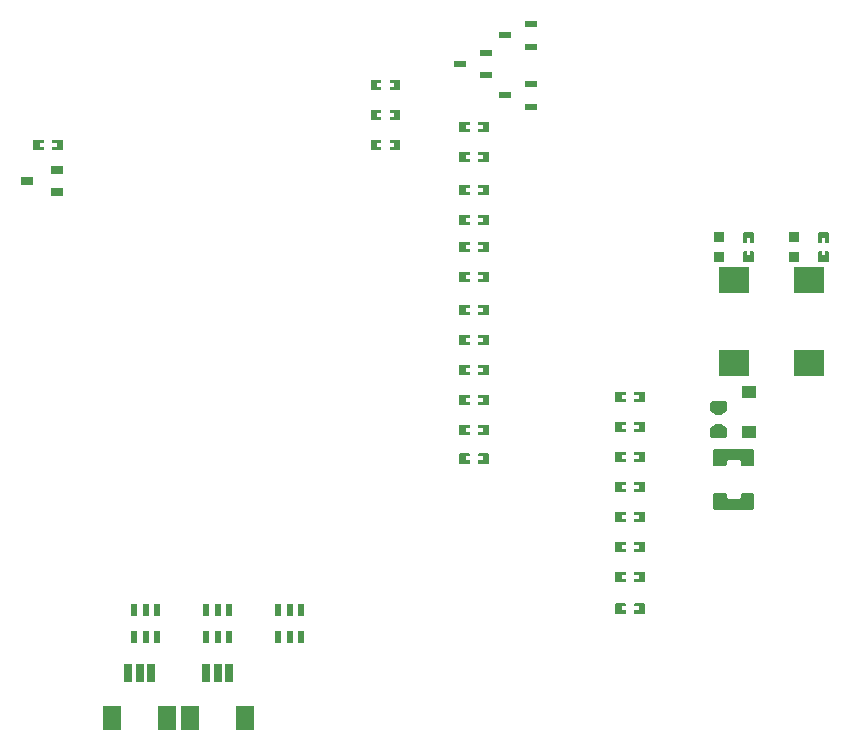
<source format=gbp>
G04 Layer: BottomPasteMaskLayer*
G04 EasyEDA v6.5.29, 2023-07-18 10:02:35*
G04 8a87558a6270435d8ad66e31a1dfd8bf,5a6b42c53f6a479593ecc07194224c93,10*
G04 Gerber Generator version 0.2*
G04 Scale: 100 percent, Rotated: No, Reflected: No *
G04 Dimensions in millimeters *
G04 leading zeros omitted , absolute positions ,4 integer and 5 decimal *
%FSLAX45Y45*%
%MOMM*%

%AMMACRO1*21,1,$1,$2,0,0,$3*%
%ADD10MACRO1,0.6X1.55X0.0000*%
%ADD11MACRO1,1.5X2X0.0000*%
%ADD12MACRO1,0.8X0.8X0.0000*%
%ADD13MACRO1,0.532X1.072X0.0000*%
%ADD14MACRO1,0.532X1.0375X-90.0000*%
%ADD15R,2.5920X2.2075*%
%ADD16MACRO1,2.592X2.2075X0.0000*%
%ADD17MACRO1,1.07X0.6X0.0000*%
%ADD18MACRO1,0.95X1.15X-90.0000*%
%ADD19C,0.0148*%

%LPD*%
G36*
X6360820Y8118906D02*
G01*
X6355791Y8113877D01*
X6355791Y8033918D01*
X6360820Y8028889D01*
X6440779Y8028889D01*
X6445808Y8033918D01*
X6445808Y8113877D01*
X6440779Y8118906D01*
X6416598Y8118906D01*
X6416598Y8081873D01*
X6383578Y8081873D01*
X6383578Y8118906D01*
G37*
G36*
X6360820Y8277910D02*
G01*
X6355791Y8272881D01*
X6355791Y8193887D01*
X6360820Y8188909D01*
X6383578Y8188909D01*
X6383578Y8226907D01*
X6416598Y8226907D01*
X6416598Y8188909D01*
X6440779Y8188909D01*
X6445808Y8193887D01*
X6445808Y8272881D01*
X6440779Y8277910D01*
G37*
G36*
X6995820Y8118906D02*
G01*
X6990791Y8113877D01*
X6990791Y8033918D01*
X6995820Y8028889D01*
X7075779Y8028889D01*
X7080808Y8033918D01*
X7080808Y8113877D01*
X7075779Y8118906D01*
X7051598Y8118906D01*
X7051598Y8081873D01*
X7018578Y8081873D01*
X7018578Y8118906D01*
G37*
G36*
X6995820Y8277910D02*
G01*
X6990791Y8272881D01*
X6990791Y8193887D01*
X6995820Y8188909D01*
X7018578Y8188909D01*
X7018578Y8226907D01*
X7051598Y8226907D01*
X7051598Y8188909D01*
X7075779Y8188909D01*
X7080808Y8193887D01*
X7080808Y8272881D01*
X7075779Y8277910D01*
G37*
G36*
X6108852Y6069888D02*
G01*
X6098844Y6059881D01*
X6098844Y5939231D01*
X6108852Y5929223D01*
X6438747Y5929223D01*
X6448755Y5939231D01*
X6448755Y6059881D01*
X6438747Y6069888D01*
X6343294Y6069888D01*
X6333286Y6059881D01*
X6333286Y6032093D01*
X6323279Y6022086D01*
X6224320Y6022086D01*
X6214313Y6032093D01*
X6214313Y6059881D01*
X6204305Y6069888D01*
G37*
G36*
X6108852Y6440576D02*
G01*
X6098844Y6430568D01*
X6098844Y6309918D01*
X6108852Y6299911D01*
X6204305Y6299911D01*
X6214313Y6309918D01*
X6214313Y6337706D01*
X6224320Y6347714D01*
X6323279Y6347714D01*
X6333286Y6337706D01*
X6333286Y6309918D01*
X6343294Y6299911D01*
X6438747Y6299911D01*
X6448755Y6309918D01*
X6448755Y6430568D01*
X6438747Y6440576D01*
G37*
G36*
X3957218Y9214408D02*
G01*
X3952189Y9209379D01*
X3952189Y9129420D01*
X3957218Y9124391D01*
X4037177Y9124391D01*
X4042206Y9129420D01*
X4042206Y9153601D01*
X4005224Y9153601D01*
X4005224Y9186621D01*
X4042206Y9186621D01*
X4042206Y9209379D01*
X4037177Y9214408D01*
G37*
G36*
X4117187Y9214408D02*
G01*
X4112209Y9209379D01*
X4112209Y9186621D01*
X4150207Y9186621D01*
X4150207Y9153601D01*
X4112209Y9153601D01*
X4112209Y9129420D01*
X4117187Y9124391D01*
X4196181Y9124391D01*
X4201210Y9129420D01*
X4201210Y9209379D01*
X4196181Y9214408D01*
G37*
G36*
X3957218Y8960408D02*
G01*
X3952189Y8955379D01*
X3952189Y8875420D01*
X3957218Y8870391D01*
X4037177Y8870391D01*
X4042206Y8875420D01*
X4042206Y8899601D01*
X4005224Y8899601D01*
X4005224Y8932621D01*
X4042206Y8932621D01*
X4042206Y8955379D01*
X4037177Y8960408D01*
G37*
G36*
X4117187Y8960408D02*
G01*
X4112209Y8955379D01*
X4112209Y8932621D01*
X4150207Y8932621D01*
X4150207Y8899601D01*
X4112209Y8899601D01*
X4112209Y8875420D01*
X4117187Y8870391D01*
X4196181Y8870391D01*
X4201210Y8875420D01*
X4201210Y8955379D01*
X4196181Y8960408D01*
G37*
G36*
X3957218Y8681008D02*
G01*
X3952189Y8675979D01*
X3952189Y8596020D01*
X3957218Y8590991D01*
X4037177Y8590991D01*
X4042206Y8596020D01*
X4042206Y8620201D01*
X4005224Y8620201D01*
X4005224Y8653221D01*
X4042206Y8653221D01*
X4042206Y8675979D01*
X4037177Y8681008D01*
G37*
G36*
X4117187Y8681008D02*
G01*
X4112209Y8675979D01*
X4112209Y8653221D01*
X4150207Y8653221D01*
X4150207Y8620201D01*
X4112209Y8620201D01*
X4112209Y8596020D01*
X4117187Y8590991D01*
X4196181Y8590991D01*
X4201210Y8596020D01*
X4201210Y8675979D01*
X4196181Y8681008D01*
G37*
G36*
X3957218Y8427008D02*
G01*
X3952189Y8421979D01*
X3952189Y8342020D01*
X3957218Y8336991D01*
X4037177Y8336991D01*
X4042206Y8342020D01*
X4042206Y8366201D01*
X4005224Y8366201D01*
X4005224Y8399221D01*
X4042206Y8399221D01*
X4042206Y8421979D01*
X4037177Y8427008D01*
G37*
G36*
X4117187Y8427008D02*
G01*
X4112209Y8421979D01*
X4112209Y8399221D01*
X4150207Y8399221D01*
X4150207Y8366201D01*
X4112209Y8366201D01*
X4112209Y8342020D01*
X4117187Y8336991D01*
X4196181Y8336991D01*
X4201210Y8342020D01*
X4201210Y8421979D01*
X4196181Y8427008D01*
G37*
G36*
X3957218Y8198408D02*
G01*
X3952189Y8193379D01*
X3952189Y8113420D01*
X3957218Y8108391D01*
X4037177Y8108391D01*
X4042206Y8113420D01*
X4042206Y8137601D01*
X4005224Y8137601D01*
X4005224Y8170621D01*
X4042206Y8170621D01*
X4042206Y8193379D01*
X4037177Y8198408D01*
G37*
G36*
X4117187Y8198408D02*
G01*
X4112209Y8193379D01*
X4112209Y8170621D01*
X4150207Y8170621D01*
X4150207Y8137601D01*
X4112209Y8137601D01*
X4112209Y8113420D01*
X4117187Y8108391D01*
X4196181Y8108391D01*
X4201210Y8113420D01*
X4201210Y8193379D01*
X4196181Y8198408D01*
G37*
G36*
X3957218Y7944408D02*
G01*
X3952189Y7939379D01*
X3952189Y7859420D01*
X3957218Y7854391D01*
X4037177Y7854391D01*
X4042206Y7859420D01*
X4042206Y7883601D01*
X4005224Y7883601D01*
X4005224Y7916621D01*
X4042206Y7916621D01*
X4042206Y7939379D01*
X4037177Y7944408D01*
G37*
G36*
X4117187Y7944408D02*
G01*
X4112209Y7939379D01*
X4112209Y7916621D01*
X4150207Y7916621D01*
X4150207Y7883601D01*
X4112209Y7883601D01*
X4112209Y7859420D01*
X4117187Y7854391D01*
X4196181Y7854391D01*
X4201210Y7859420D01*
X4201210Y7939379D01*
X4196181Y7944408D01*
G37*
G36*
X3957218Y7665008D02*
G01*
X3952189Y7659979D01*
X3952189Y7580020D01*
X3957218Y7574991D01*
X4037177Y7574991D01*
X4042206Y7580020D01*
X4042206Y7604201D01*
X4005224Y7604201D01*
X4005224Y7637221D01*
X4042206Y7637221D01*
X4042206Y7659979D01*
X4037177Y7665008D01*
G37*
G36*
X4117187Y7665008D02*
G01*
X4112209Y7659979D01*
X4112209Y7637221D01*
X4150207Y7637221D01*
X4150207Y7604201D01*
X4112209Y7604201D01*
X4112209Y7580020D01*
X4117187Y7574991D01*
X4196181Y7574991D01*
X4201210Y7580020D01*
X4201210Y7659979D01*
X4196181Y7665008D01*
G37*
G36*
X3957218Y7411008D02*
G01*
X3952189Y7405979D01*
X3952189Y7326020D01*
X3957218Y7320991D01*
X4037177Y7320991D01*
X4042206Y7326020D01*
X4042206Y7350201D01*
X4005224Y7350201D01*
X4005224Y7383221D01*
X4042206Y7383221D01*
X4042206Y7405979D01*
X4037177Y7411008D01*
G37*
G36*
X4117187Y7411008D02*
G01*
X4112209Y7405979D01*
X4112209Y7383221D01*
X4150207Y7383221D01*
X4150207Y7350201D01*
X4112209Y7350201D01*
X4112209Y7326020D01*
X4117187Y7320991D01*
X4196181Y7320991D01*
X4201210Y7326020D01*
X4201210Y7405979D01*
X4196181Y7411008D01*
G37*
G36*
X3957218Y7157008D02*
G01*
X3952189Y7151979D01*
X3952189Y7072020D01*
X3957218Y7066991D01*
X4037177Y7066991D01*
X4042206Y7072020D01*
X4042206Y7096201D01*
X4005224Y7096201D01*
X4005224Y7129221D01*
X4042206Y7129221D01*
X4042206Y7151979D01*
X4037177Y7157008D01*
G37*
G36*
X4117187Y7157008D02*
G01*
X4112209Y7151979D01*
X4112209Y7129221D01*
X4150207Y7129221D01*
X4150207Y7096201D01*
X4112209Y7096201D01*
X4112209Y7072020D01*
X4117187Y7066991D01*
X4196181Y7066991D01*
X4201210Y7072020D01*
X4201210Y7151979D01*
X4196181Y7157008D01*
G37*
G36*
X3957218Y6903008D02*
G01*
X3952189Y6897979D01*
X3952189Y6818020D01*
X3957218Y6812991D01*
X4037177Y6812991D01*
X4042206Y6818020D01*
X4042206Y6842201D01*
X4005224Y6842201D01*
X4005224Y6875221D01*
X4042206Y6875221D01*
X4042206Y6897979D01*
X4037177Y6903008D01*
G37*
G36*
X4117187Y6903008D02*
G01*
X4112209Y6897979D01*
X4112209Y6875221D01*
X4150207Y6875221D01*
X4150207Y6842201D01*
X4112209Y6842201D01*
X4112209Y6818020D01*
X4117187Y6812991D01*
X4196181Y6812991D01*
X4201210Y6818020D01*
X4201210Y6897979D01*
X4196181Y6903008D01*
G37*
G36*
X3957218Y6649008D02*
G01*
X3952189Y6643979D01*
X3952189Y6564020D01*
X3957218Y6558991D01*
X4037177Y6558991D01*
X4042206Y6564020D01*
X4042206Y6588201D01*
X4005224Y6588201D01*
X4005224Y6621221D01*
X4042206Y6621221D01*
X4042206Y6643979D01*
X4037177Y6649008D01*
G37*
G36*
X4117187Y6649008D02*
G01*
X4112209Y6643979D01*
X4112209Y6621221D01*
X4150207Y6621221D01*
X4150207Y6588201D01*
X4112209Y6588201D01*
X4112209Y6564020D01*
X4117187Y6558991D01*
X4196181Y6558991D01*
X4201210Y6564020D01*
X4201210Y6643979D01*
X4196181Y6649008D01*
G37*
G36*
X3957218Y6407708D02*
G01*
X3952189Y6402679D01*
X3952189Y6322720D01*
X3957218Y6317691D01*
X4037177Y6317691D01*
X4042206Y6322720D01*
X4042206Y6346901D01*
X4005224Y6346901D01*
X4005224Y6379921D01*
X4042206Y6379921D01*
X4042206Y6402679D01*
X4037177Y6407708D01*
G37*
G36*
X4117187Y6407708D02*
G01*
X4112209Y6402679D01*
X4112209Y6379921D01*
X4150207Y6379921D01*
X4150207Y6346901D01*
X4112209Y6346901D01*
X4112209Y6322720D01*
X4117187Y6317691D01*
X4196181Y6317691D01*
X4201210Y6322720D01*
X4201210Y6402679D01*
X4196181Y6407708D01*
G37*
G36*
X3207918Y9570008D02*
G01*
X3202889Y9564979D01*
X3202889Y9485020D01*
X3207918Y9479991D01*
X3287877Y9479991D01*
X3292906Y9485020D01*
X3292906Y9509201D01*
X3255924Y9509201D01*
X3255924Y9542221D01*
X3292906Y9542221D01*
X3292906Y9564979D01*
X3287877Y9570008D01*
G37*
G36*
X3367887Y9570008D02*
G01*
X3362909Y9564979D01*
X3362909Y9542221D01*
X3400907Y9542221D01*
X3400907Y9509201D01*
X3362909Y9509201D01*
X3362909Y9485020D01*
X3367887Y9479991D01*
X3446881Y9479991D01*
X3451910Y9485020D01*
X3451910Y9564979D01*
X3446881Y9570008D01*
G37*
G36*
X3207918Y9316008D02*
G01*
X3202889Y9310979D01*
X3202889Y9231020D01*
X3207918Y9225991D01*
X3287877Y9225991D01*
X3292906Y9231020D01*
X3292906Y9255201D01*
X3255924Y9255201D01*
X3255924Y9288221D01*
X3292906Y9288221D01*
X3292906Y9310979D01*
X3287877Y9316008D01*
G37*
G36*
X3367887Y9316008D02*
G01*
X3362909Y9310979D01*
X3362909Y9288221D01*
X3400907Y9288221D01*
X3400907Y9255201D01*
X3362909Y9255201D01*
X3362909Y9231020D01*
X3367887Y9225991D01*
X3446881Y9225991D01*
X3451910Y9231020D01*
X3451910Y9310979D01*
X3446881Y9316008D01*
G37*
G36*
X3207918Y9062008D02*
G01*
X3202889Y9056979D01*
X3202889Y8977020D01*
X3207918Y8971991D01*
X3287877Y8971991D01*
X3292906Y8977020D01*
X3292906Y9001201D01*
X3255924Y9001201D01*
X3255924Y9034221D01*
X3292906Y9034221D01*
X3292906Y9056979D01*
X3287877Y9062008D01*
G37*
G36*
X3367887Y9062008D02*
G01*
X3362909Y9056979D01*
X3362909Y9034221D01*
X3400907Y9034221D01*
X3400907Y9001201D01*
X3362909Y9001201D01*
X3362909Y8977020D01*
X3367887Y8971991D01*
X3446881Y8971991D01*
X3451910Y8977020D01*
X3451910Y9056979D01*
X3446881Y9062008D01*
G37*
G36*
X350418Y9062008D02*
G01*
X345389Y9056979D01*
X345389Y8977020D01*
X350418Y8971991D01*
X430377Y8971991D01*
X435406Y8977020D01*
X435406Y9001201D01*
X398373Y9001201D01*
X398373Y9034221D01*
X435406Y9034221D01*
X435406Y9056979D01*
X430377Y9062008D01*
G37*
G36*
X510387Y9062008D02*
G01*
X505409Y9056979D01*
X505409Y9034221D01*
X543407Y9034221D01*
X543407Y9001201D01*
X505409Y9001201D01*
X505409Y8977020D01*
X510387Y8971991D01*
X589381Y8971991D01*
X594410Y8977020D01*
X594410Y9056979D01*
X589381Y9062008D01*
G37*
G36*
X5278018Y6166408D02*
G01*
X5272989Y6161379D01*
X5272989Y6081420D01*
X5278018Y6076391D01*
X5357977Y6076391D01*
X5363006Y6081420D01*
X5363006Y6105601D01*
X5326024Y6105601D01*
X5326024Y6138621D01*
X5363006Y6138621D01*
X5363006Y6161379D01*
X5357977Y6166408D01*
G37*
G36*
X5437987Y6166408D02*
G01*
X5433009Y6161379D01*
X5433009Y6138621D01*
X5471007Y6138621D01*
X5471007Y6105601D01*
X5433009Y6105601D01*
X5433009Y6081420D01*
X5437987Y6076391D01*
X5516981Y6076391D01*
X5522010Y6081420D01*
X5522010Y6161379D01*
X5516981Y6166408D01*
G37*
G36*
X5278018Y6420408D02*
G01*
X5272989Y6415379D01*
X5272989Y6335420D01*
X5278018Y6330391D01*
X5357977Y6330391D01*
X5363006Y6335420D01*
X5363006Y6359601D01*
X5326024Y6359601D01*
X5326024Y6392621D01*
X5363006Y6392621D01*
X5363006Y6415379D01*
X5357977Y6420408D01*
G37*
G36*
X5437987Y6420408D02*
G01*
X5433009Y6415379D01*
X5433009Y6392621D01*
X5471007Y6392621D01*
X5471007Y6359601D01*
X5433009Y6359601D01*
X5433009Y6335420D01*
X5437987Y6330391D01*
X5516981Y6330391D01*
X5522010Y6335420D01*
X5522010Y6415379D01*
X5516981Y6420408D01*
G37*
G36*
X5278018Y6674408D02*
G01*
X5272989Y6669379D01*
X5272989Y6589420D01*
X5278018Y6584391D01*
X5357977Y6584391D01*
X5363006Y6589420D01*
X5363006Y6613601D01*
X5326024Y6613601D01*
X5326024Y6646621D01*
X5363006Y6646621D01*
X5363006Y6669379D01*
X5357977Y6674408D01*
G37*
G36*
X5437987Y6674408D02*
G01*
X5433009Y6669379D01*
X5433009Y6646621D01*
X5471007Y6646621D01*
X5471007Y6613601D01*
X5433009Y6613601D01*
X5433009Y6589420D01*
X5437987Y6584391D01*
X5516981Y6584391D01*
X5522010Y6589420D01*
X5522010Y6669379D01*
X5516981Y6674408D01*
G37*
G36*
X5278018Y6928408D02*
G01*
X5272989Y6923379D01*
X5272989Y6843420D01*
X5278018Y6838391D01*
X5357977Y6838391D01*
X5363006Y6843420D01*
X5363006Y6867601D01*
X5326024Y6867601D01*
X5326024Y6900621D01*
X5363006Y6900621D01*
X5363006Y6923379D01*
X5357977Y6928408D01*
G37*
G36*
X5437987Y6928408D02*
G01*
X5433009Y6923379D01*
X5433009Y6900621D01*
X5471007Y6900621D01*
X5471007Y6867601D01*
X5433009Y6867601D01*
X5433009Y6843420D01*
X5437987Y6838391D01*
X5516981Y6838391D01*
X5522010Y6843420D01*
X5522010Y6923379D01*
X5516981Y6928408D01*
G37*
G36*
X5278018Y5137708D02*
G01*
X5272989Y5132679D01*
X5272989Y5052720D01*
X5278018Y5047691D01*
X5357977Y5047691D01*
X5363006Y5052720D01*
X5363006Y5076901D01*
X5326024Y5076901D01*
X5326024Y5109921D01*
X5363006Y5109921D01*
X5363006Y5132679D01*
X5357977Y5137708D01*
G37*
G36*
X5437987Y5137708D02*
G01*
X5433009Y5132679D01*
X5433009Y5109921D01*
X5471007Y5109921D01*
X5471007Y5076901D01*
X5433009Y5076901D01*
X5433009Y5052720D01*
X5437987Y5047691D01*
X5516981Y5047691D01*
X5522010Y5052720D01*
X5522010Y5132679D01*
X5516981Y5137708D01*
G37*
G36*
X5278018Y5404408D02*
G01*
X5272989Y5399379D01*
X5272989Y5319420D01*
X5278018Y5314391D01*
X5357977Y5314391D01*
X5363006Y5319420D01*
X5363006Y5343601D01*
X5326024Y5343601D01*
X5326024Y5376621D01*
X5363006Y5376621D01*
X5363006Y5399379D01*
X5357977Y5404408D01*
G37*
G36*
X5437987Y5404408D02*
G01*
X5433009Y5399379D01*
X5433009Y5376621D01*
X5471007Y5376621D01*
X5471007Y5343601D01*
X5433009Y5343601D01*
X5433009Y5319420D01*
X5437987Y5314391D01*
X5516981Y5314391D01*
X5522010Y5319420D01*
X5522010Y5399379D01*
X5516981Y5404408D01*
G37*
G36*
X5278018Y5658408D02*
G01*
X5272989Y5653379D01*
X5272989Y5573420D01*
X5278018Y5568391D01*
X5357977Y5568391D01*
X5363006Y5573420D01*
X5363006Y5597601D01*
X5326024Y5597601D01*
X5326024Y5630621D01*
X5363006Y5630621D01*
X5363006Y5653379D01*
X5357977Y5658408D01*
G37*
G36*
X5437987Y5658408D02*
G01*
X5433009Y5653379D01*
X5433009Y5630621D01*
X5471007Y5630621D01*
X5471007Y5597601D01*
X5433009Y5597601D01*
X5433009Y5573420D01*
X5437987Y5568391D01*
X5516981Y5568391D01*
X5522010Y5573420D01*
X5522010Y5653379D01*
X5516981Y5658408D01*
G37*
G36*
X5278018Y5912408D02*
G01*
X5272989Y5907379D01*
X5272989Y5827420D01*
X5278018Y5822391D01*
X5357977Y5822391D01*
X5363006Y5827420D01*
X5363006Y5851601D01*
X5326024Y5851601D01*
X5326024Y5884621D01*
X5363006Y5884621D01*
X5363006Y5907379D01*
X5357977Y5912408D01*
G37*
G36*
X5437987Y5912408D02*
G01*
X5433009Y5907379D01*
X5433009Y5884621D01*
X5471007Y5884621D01*
X5471007Y5851601D01*
X5433009Y5851601D01*
X5433009Y5827420D01*
X5437987Y5822391D01*
X5516981Y5822391D01*
X5522010Y5827420D01*
X5522010Y5907379D01*
X5516981Y5912408D01*
G37*
G36*
X6087973Y6846163D02*
G01*
X6077966Y6836156D01*
X6077966Y6767423D01*
X6124752Y6728917D01*
X6168847Y6728917D01*
X6215634Y6767423D01*
X6215634Y6836156D01*
X6205677Y6846163D01*
G37*
G36*
X6124752Y6656882D02*
G01*
X6077966Y6618376D01*
X6077966Y6549644D01*
X6087973Y6539636D01*
X6205677Y6539636D01*
X6215634Y6549644D01*
X6215634Y6618376D01*
X6168847Y6656882D01*
G37*
D10*
G01*
X2004999Y4549851D03*
G01*
X1905000Y4549851D03*
G01*
X1805000Y4549851D03*
D11*
G01*
X1674999Y4162351D03*
G01*
X2134998Y4162351D03*
D10*
G01*
X1344599Y4549851D03*
G01*
X1244600Y4549851D03*
G01*
X1144600Y4549851D03*
D11*
G01*
X1014599Y4162351D03*
G01*
X1474598Y4162351D03*
D12*
G01*
X6146800Y8238489D03*
G01*
X6146800Y8068310D03*
G01*
X6781800Y8238489D03*
G01*
X6781800Y8068310D03*
D13*
G01*
X1810003Y5080609D03*
G01*
X1905000Y5080609D03*
G01*
X1999995Y5080609D03*
G01*
X1999995Y4850790D03*
G01*
X1905000Y4850790D03*
G01*
X1810003Y4850790D03*
G01*
X2419604Y5080609D03*
G01*
X2514600Y5080609D03*
G01*
X2609595Y5080609D03*
G01*
X2609595Y4850790D03*
G01*
X2514600Y4850790D03*
G01*
X2419604Y4850790D03*
D14*
G01*
X4555125Y10039099D03*
G01*
X4555125Y9849100D03*
G01*
X4334874Y9944100D03*
G01*
X4174125Y9797799D03*
G01*
X4174125Y9607800D03*
G01*
X3953874Y9702800D03*
G01*
X4555125Y9531099D03*
G01*
X4555125Y9341100D03*
G01*
X4334874Y9436100D03*
D13*
G01*
X1200403Y5080609D03*
G01*
X1295400Y5080609D03*
G01*
X1390396Y5080609D03*
G01*
X1390396Y4850790D03*
G01*
X1295400Y4850790D03*
G01*
X1200403Y4850790D03*
D15*
G01*
X6273800Y7167270D03*
D16*
G01*
X6273800Y7869524D03*
D15*
G01*
X6908800Y7167270D03*
D16*
G01*
X6908800Y7869524D03*
D17*
G01*
X542599Y8807196D03*
G01*
X542599Y8617204D03*
G01*
X295600Y8712200D03*
D18*
G01*
X6400800Y6925640D03*
G01*
X6400800Y6587159D03*
M02*

</source>
